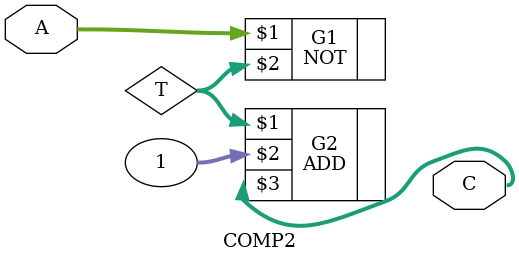
<source format=v>
`timescale 1ns / 1ps


module COMP2 #(parameter N = 32)
(
    input [N-1:0] A,
    output [N-1:0] C
    );
	 
	 wire [N-1:0] T;
	 NOT #(.N(N))G1(A, T);
	 ADD #(.N(N)) G2(T, 1, C);

endmodule


</source>
